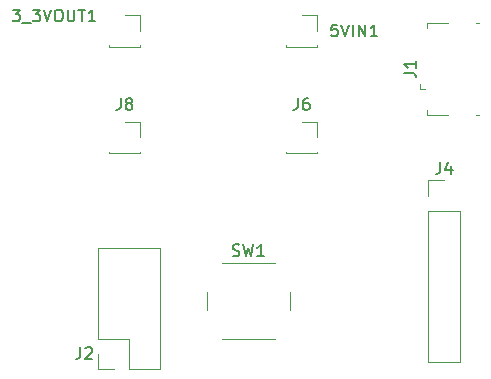
<source format=gbr>
%TF.GenerationSoftware,KiCad,Pcbnew,7.0.9-7.0.9~ubuntu22.04.1*%
%TF.CreationDate,2023-12-22T13:51:19+00:00*%
%TF.ProjectId,wifi_temp_sensor,77696669-5f74-4656-9d70-5f73656e736f,rev?*%
%TF.SameCoordinates,Original*%
%TF.FileFunction,Legend,Top*%
%TF.FilePolarity,Positive*%
%FSLAX46Y46*%
G04 Gerber Fmt 4.6, Leading zero omitted, Abs format (unit mm)*
G04 Created by KiCad (PCBNEW 7.0.9-7.0.9~ubuntu22.04.1) date 2023-12-22 13:51:19*
%MOMM*%
%LPD*%
G01*
G04 APERTURE LIST*
%ADD10C,0.150000*%
%ADD11C,0.120000*%
G04 APERTURE END LIST*
D10*
X211121666Y-40304819D02*
X211121666Y-41019104D01*
X211121666Y-41019104D02*
X211074047Y-41161961D01*
X211074047Y-41161961D02*
X210978809Y-41257200D01*
X210978809Y-41257200D02*
X210835952Y-41304819D01*
X210835952Y-41304819D02*
X210740714Y-41304819D01*
X212026428Y-40638152D02*
X212026428Y-41304819D01*
X211788333Y-40257200D02*
X211550238Y-40971485D01*
X211550238Y-40971485D02*
X212169285Y-40971485D01*
X193536667Y-48227200D02*
X193679524Y-48274819D01*
X193679524Y-48274819D02*
X193917619Y-48274819D01*
X193917619Y-48274819D02*
X194012857Y-48227200D01*
X194012857Y-48227200D02*
X194060476Y-48179580D01*
X194060476Y-48179580D02*
X194108095Y-48084342D01*
X194108095Y-48084342D02*
X194108095Y-47989104D01*
X194108095Y-47989104D02*
X194060476Y-47893866D01*
X194060476Y-47893866D02*
X194012857Y-47846247D01*
X194012857Y-47846247D02*
X193917619Y-47798628D01*
X193917619Y-47798628D02*
X193727143Y-47751009D01*
X193727143Y-47751009D02*
X193631905Y-47703390D01*
X193631905Y-47703390D02*
X193584286Y-47655771D01*
X193584286Y-47655771D02*
X193536667Y-47560533D01*
X193536667Y-47560533D02*
X193536667Y-47465295D01*
X193536667Y-47465295D02*
X193584286Y-47370057D01*
X193584286Y-47370057D02*
X193631905Y-47322438D01*
X193631905Y-47322438D02*
X193727143Y-47274819D01*
X193727143Y-47274819D02*
X193965238Y-47274819D01*
X193965238Y-47274819D02*
X194108095Y-47322438D01*
X194441429Y-47274819D02*
X194679524Y-48274819D01*
X194679524Y-48274819D02*
X194870000Y-47560533D01*
X194870000Y-47560533D02*
X195060476Y-48274819D01*
X195060476Y-48274819D02*
X195298572Y-47274819D01*
X196203333Y-48274819D02*
X195631905Y-48274819D01*
X195917619Y-48274819D02*
X195917619Y-47274819D01*
X195917619Y-47274819D02*
X195822381Y-47417676D01*
X195822381Y-47417676D02*
X195727143Y-47512914D01*
X195727143Y-47512914D02*
X195631905Y-47560533D01*
X184056666Y-34894819D02*
X184056666Y-35609104D01*
X184056666Y-35609104D02*
X184009047Y-35751961D01*
X184009047Y-35751961D02*
X183913809Y-35847200D01*
X183913809Y-35847200D02*
X183770952Y-35894819D01*
X183770952Y-35894819D02*
X183675714Y-35894819D01*
X184675714Y-35323390D02*
X184580476Y-35275771D01*
X184580476Y-35275771D02*
X184532857Y-35228152D01*
X184532857Y-35228152D02*
X184485238Y-35132914D01*
X184485238Y-35132914D02*
X184485238Y-35085295D01*
X184485238Y-35085295D02*
X184532857Y-34990057D01*
X184532857Y-34990057D02*
X184580476Y-34942438D01*
X184580476Y-34942438D02*
X184675714Y-34894819D01*
X184675714Y-34894819D02*
X184866190Y-34894819D01*
X184866190Y-34894819D02*
X184961428Y-34942438D01*
X184961428Y-34942438D02*
X185009047Y-34990057D01*
X185009047Y-34990057D02*
X185056666Y-35085295D01*
X185056666Y-35085295D02*
X185056666Y-35132914D01*
X185056666Y-35132914D02*
X185009047Y-35228152D01*
X185009047Y-35228152D02*
X184961428Y-35275771D01*
X184961428Y-35275771D02*
X184866190Y-35323390D01*
X184866190Y-35323390D02*
X184675714Y-35323390D01*
X184675714Y-35323390D02*
X184580476Y-35371009D01*
X184580476Y-35371009D02*
X184532857Y-35418628D01*
X184532857Y-35418628D02*
X184485238Y-35513866D01*
X184485238Y-35513866D02*
X184485238Y-35704342D01*
X184485238Y-35704342D02*
X184532857Y-35799580D01*
X184532857Y-35799580D02*
X184580476Y-35847200D01*
X184580476Y-35847200D02*
X184675714Y-35894819D01*
X184675714Y-35894819D02*
X184866190Y-35894819D01*
X184866190Y-35894819D02*
X184961428Y-35847200D01*
X184961428Y-35847200D02*
X185009047Y-35799580D01*
X185009047Y-35799580D02*
X185056666Y-35704342D01*
X185056666Y-35704342D02*
X185056666Y-35513866D01*
X185056666Y-35513866D02*
X185009047Y-35418628D01*
X185009047Y-35418628D02*
X184961428Y-35371009D01*
X184961428Y-35371009D02*
X184866190Y-35323390D01*
X199056666Y-34894819D02*
X199056666Y-35609104D01*
X199056666Y-35609104D02*
X199009047Y-35751961D01*
X199009047Y-35751961D02*
X198913809Y-35847200D01*
X198913809Y-35847200D02*
X198770952Y-35894819D01*
X198770952Y-35894819D02*
X198675714Y-35894819D01*
X199961428Y-34894819D02*
X199770952Y-34894819D01*
X199770952Y-34894819D02*
X199675714Y-34942438D01*
X199675714Y-34942438D02*
X199628095Y-34990057D01*
X199628095Y-34990057D02*
X199532857Y-35132914D01*
X199532857Y-35132914D02*
X199485238Y-35323390D01*
X199485238Y-35323390D02*
X199485238Y-35704342D01*
X199485238Y-35704342D02*
X199532857Y-35799580D01*
X199532857Y-35799580D02*
X199580476Y-35847200D01*
X199580476Y-35847200D02*
X199675714Y-35894819D01*
X199675714Y-35894819D02*
X199866190Y-35894819D01*
X199866190Y-35894819D02*
X199961428Y-35847200D01*
X199961428Y-35847200D02*
X200009047Y-35799580D01*
X200009047Y-35799580D02*
X200056666Y-35704342D01*
X200056666Y-35704342D02*
X200056666Y-35466247D01*
X200056666Y-35466247D02*
X200009047Y-35371009D01*
X200009047Y-35371009D02*
X199961428Y-35323390D01*
X199961428Y-35323390D02*
X199866190Y-35275771D01*
X199866190Y-35275771D02*
X199675714Y-35275771D01*
X199675714Y-35275771D02*
X199580476Y-35323390D01*
X199580476Y-35323390D02*
X199532857Y-35371009D01*
X199532857Y-35371009D02*
X199485238Y-35466247D01*
X180641666Y-55969819D02*
X180641666Y-56684104D01*
X180641666Y-56684104D02*
X180594047Y-56826961D01*
X180594047Y-56826961D02*
X180498809Y-56922200D01*
X180498809Y-56922200D02*
X180355952Y-56969819D01*
X180355952Y-56969819D02*
X180260714Y-56969819D01*
X181070238Y-56065057D02*
X181117857Y-56017438D01*
X181117857Y-56017438D02*
X181213095Y-55969819D01*
X181213095Y-55969819D02*
X181451190Y-55969819D01*
X181451190Y-55969819D02*
X181546428Y-56017438D01*
X181546428Y-56017438D02*
X181594047Y-56065057D01*
X181594047Y-56065057D02*
X181641666Y-56160295D01*
X181641666Y-56160295D02*
X181641666Y-56255533D01*
X181641666Y-56255533D02*
X181594047Y-56398390D01*
X181594047Y-56398390D02*
X181022619Y-56969819D01*
X181022619Y-56969819D02*
X181641666Y-56969819D01*
X208067319Y-32750833D02*
X208781604Y-32750833D01*
X208781604Y-32750833D02*
X208924461Y-32798452D01*
X208924461Y-32798452D02*
X209019700Y-32893690D01*
X209019700Y-32893690D02*
X209067319Y-33036547D01*
X209067319Y-33036547D02*
X209067319Y-33131785D01*
X209067319Y-31750833D02*
X209067319Y-32322261D01*
X209067319Y-32036547D02*
X208067319Y-32036547D01*
X208067319Y-32036547D02*
X208210176Y-32131785D01*
X208210176Y-32131785D02*
X208305414Y-32227023D01*
X208305414Y-32227023D02*
X208353033Y-32322261D01*
X202406428Y-28664819D02*
X201930238Y-28664819D01*
X201930238Y-28664819D02*
X201882619Y-29141009D01*
X201882619Y-29141009D02*
X201930238Y-29093390D01*
X201930238Y-29093390D02*
X202025476Y-29045771D01*
X202025476Y-29045771D02*
X202263571Y-29045771D01*
X202263571Y-29045771D02*
X202358809Y-29093390D01*
X202358809Y-29093390D02*
X202406428Y-29141009D01*
X202406428Y-29141009D02*
X202454047Y-29236247D01*
X202454047Y-29236247D02*
X202454047Y-29474342D01*
X202454047Y-29474342D02*
X202406428Y-29569580D01*
X202406428Y-29569580D02*
X202358809Y-29617200D01*
X202358809Y-29617200D02*
X202263571Y-29664819D01*
X202263571Y-29664819D02*
X202025476Y-29664819D01*
X202025476Y-29664819D02*
X201930238Y-29617200D01*
X201930238Y-29617200D02*
X201882619Y-29569580D01*
X202739762Y-28664819D02*
X203073095Y-29664819D01*
X203073095Y-29664819D02*
X203406428Y-28664819D01*
X203739762Y-29664819D02*
X203739762Y-28664819D01*
X204215952Y-29664819D02*
X204215952Y-28664819D01*
X204215952Y-28664819D02*
X204787380Y-29664819D01*
X204787380Y-29664819D02*
X204787380Y-28664819D01*
X205787380Y-29664819D02*
X205215952Y-29664819D01*
X205501666Y-29664819D02*
X205501666Y-28664819D01*
X205501666Y-28664819D02*
X205406428Y-28807676D01*
X205406428Y-28807676D02*
X205311190Y-28902914D01*
X205311190Y-28902914D02*
X205215952Y-28950533D01*
X174911190Y-27394819D02*
X175530237Y-27394819D01*
X175530237Y-27394819D02*
X175196904Y-27775771D01*
X175196904Y-27775771D02*
X175339761Y-27775771D01*
X175339761Y-27775771D02*
X175434999Y-27823390D01*
X175434999Y-27823390D02*
X175482618Y-27871009D01*
X175482618Y-27871009D02*
X175530237Y-27966247D01*
X175530237Y-27966247D02*
X175530237Y-28204342D01*
X175530237Y-28204342D02*
X175482618Y-28299580D01*
X175482618Y-28299580D02*
X175434999Y-28347200D01*
X175434999Y-28347200D02*
X175339761Y-28394819D01*
X175339761Y-28394819D02*
X175054047Y-28394819D01*
X175054047Y-28394819D02*
X174958809Y-28347200D01*
X174958809Y-28347200D02*
X174911190Y-28299580D01*
X175720714Y-28490057D02*
X176482618Y-28490057D01*
X176625476Y-27394819D02*
X177244523Y-27394819D01*
X177244523Y-27394819D02*
X176911190Y-27775771D01*
X176911190Y-27775771D02*
X177054047Y-27775771D01*
X177054047Y-27775771D02*
X177149285Y-27823390D01*
X177149285Y-27823390D02*
X177196904Y-27871009D01*
X177196904Y-27871009D02*
X177244523Y-27966247D01*
X177244523Y-27966247D02*
X177244523Y-28204342D01*
X177244523Y-28204342D02*
X177196904Y-28299580D01*
X177196904Y-28299580D02*
X177149285Y-28347200D01*
X177149285Y-28347200D02*
X177054047Y-28394819D01*
X177054047Y-28394819D02*
X176768333Y-28394819D01*
X176768333Y-28394819D02*
X176673095Y-28347200D01*
X176673095Y-28347200D02*
X176625476Y-28299580D01*
X177530238Y-27394819D02*
X177863571Y-28394819D01*
X177863571Y-28394819D02*
X178196904Y-27394819D01*
X178720714Y-27394819D02*
X178911190Y-27394819D01*
X178911190Y-27394819D02*
X179006428Y-27442438D01*
X179006428Y-27442438D02*
X179101666Y-27537676D01*
X179101666Y-27537676D02*
X179149285Y-27728152D01*
X179149285Y-27728152D02*
X179149285Y-28061485D01*
X179149285Y-28061485D02*
X179101666Y-28251961D01*
X179101666Y-28251961D02*
X179006428Y-28347200D01*
X179006428Y-28347200D02*
X178911190Y-28394819D01*
X178911190Y-28394819D02*
X178720714Y-28394819D01*
X178720714Y-28394819D02*
X178625476Y-28347200D01*
X178625476Y-28347200D02*
X178530238Y-28251961D01*
X178530238Y-28251961D02*
X178482619Y-28061485D01*
X178482619Y-28061485D02*
X178482619Y-27728152D01*
X178482619Y-27728152D02*
X178530238Y-27537676D01*
X178530238Y-27537676D02*
X178625476Y-27442438D01*
X178625476Y-27442438D02*
X178720714Y-27394819D01*
X179577857Y-27394819D02*
X179577857Y-28204342D01*
X179577857Y-28204342D02*
X179625476Y-28299580D01*
X179625476Y-28299580D02*
X179673095Y-28347200D01*
X179673095Y-28347200D02*
X179768333Y-28394819D01*
X179768333Y-28394819D02*
X179958809Y-28394819D01*
X179958809Y-28394819D02*
X180054047Y-28347200D01*
X180054047Y-28347200D02*
X180101666Y-28299580D01*
X180101666Y-28299580D02*
X180149285Y-28204342D01*
X180149285Y-28204342D02*
X180149285Y-27394819D01*
X180482619Y-27394819D02*
X181054047Y-27394819D01*
X180768333Y-28394819D02*
X180768333Y-27394819D01*
X181911190Y-28394819D02*
X181339762Y-28394819D01*
X181625476Y-28394819D02*
X181625476Y-27394819D01*
X181625476Y-27394819D02*
X181530238Y-27537676D01*
X181530238Y-27537676D02*
X181435000Y-27632914D01*
X181435000Y-27632914D02*
X181339762Y-27680533D01*
D11*
%TO.C,J4*%
X210125000Y-44450000D02*
X210125000Y-57210000D01*
X210125000Y-43180000D02*
X210125000Y-41850000D01*
X210125000Y-41850000D02*
X211455000Y-41850000D01*
X210125000Y-44450000D02*
X212785000Y-44450000D01*
X210125000Y-57210000D02*
X212785000Y-57210000D01*
X212785000Y-44450000D02*
X212785000Y-57210000D01*
%TO.C,SW1*%
X198370000Y-52820000D02*
X198370000Y-51320000D01*
X197120000Y-48820000D02*
X192620000Y-48820000D01*
X191370000Y-51320000D02*
X191370000Y-52820000D01*
X192620000Y-55320000D02*
X197120000Y-55320000D01*
%TO.C,J8*%
X184390000Y-36880000D02*
X185720000Y-36880000D01*
X185720000Y-36880000D02*
X185720000Y-38210000D01*
X185720000Y-39420000D02*
X185720000Y-39540000D01*
X183060000Y-39540000D02*
X185720000Y-39540000D01*
X183060000Y-39420000D02*
X183060000Y-39540000D01*
%TO.C,J6*%
X199390000Y-36880000D02*
X200720000Y-36880000D01*
X200720000Y-36880000D02*
X200720000Y-38210000D01*
X200720000Y-39420000D02*
X200720000Y-39540000D01*
X198060000Y-39540000D02*
X200720000Y-39540000D01*
X198060000Y-39420000D02*
X198060000Y-39540000D01*
%TO.C,J2*%
X182185000Y-55245000D02*
X182185000Y-47565000D01*
X187385000Y-57845000D02*
X187385000Y-47565000D01*
X187385000Y-57845000D02*
X184785000Y-57845000D01*
X184785000Y-55245000D02*
X182185000Y-55245000D01*
X182185000Y-57845000D02*
X182185000Y-56515000D01*
X187385000Y-47565000D02*
X182185000Y-47565000D01*
X184785000Y-57845000D02*
X184785000Y-55245000D01*
X183515000Y-57845000D02*
X182185000Y-57845000D01*
%TO.C,J1*%
X209962500Y-36317500D02*
X209962500Y-35867500D01*
X209412500Y-34117500D02*
X209862500Y-34117500D01*
X211812500Y-36317500D02*
X209962500Y-36317500D01*
X214362500Y-28517500D02*
X214112500Y-28517500D01*
X209412500Y-34117500D02*
X209412500Y-33667500D01*
X211812500Y-28517500D02*
X209962500Y-28517500D01*
X209962500Y-28517500D02*
X209962500Y-28967500D01*
X214362500Y-36317500D02*
X214112500Y-36317500D01*
%TO.C,5VIN1*%
X199390000Y-27880000D02*
X200720000Y-27880000D01*
X200720000Y-27880000D02*
X200720000Y-29210000D01*
X200720000Y-30420000D02*
X200720000Y-30540000D01*
X198060000Y-30540000D02*
X200720000Y-30540000D01*
X198060000Y-30420000D02*
X198060000Y-30540000D01*
%TO.C,3_3VOUT1*%
X184390000Y-27880000D02*
X185720000Y-27880000D01*
X185720000Y-27880000D02*
X185720000Y-29210000D01*
X185720000Y-30420000D02*
X185720000Y-30540000D01*
X183060000Y-30540000D02*
X185720000Y-30540000D01*
X183060000Y-30420000D02*
X183060000Y-30540000D01*
%TD*%
M02*

</source>
